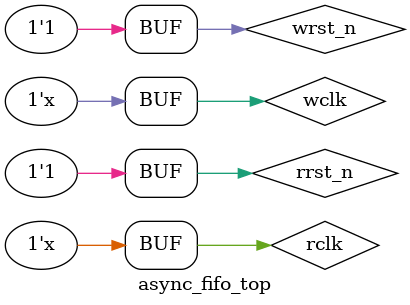
<source format=sv>
`include "async_fifo_test.sv"
`include "Interface.sv"

module async_fifo_top;
  
	bit rclk,wclk,rrst_n,wrst_n;
	  
	always #5 wclk = ~wclk;
	always #5 rclk = ~rclk;
	  
	initial 
		begin
			wclk =0;
			rclk=0;
			wrst_n =0;
			rrst_n=0;
			#10
			rrst_n =1;
			wrst_n=1;
		end
  

intf in (wclk,rclk,wrst_n,rrst_n);
test t1 (in);

asynchronous_fifo DUT (.wclk(in.wclk),
			.wrst_n(in.wrst_n),
			.rclk(in.rclk),
			.rrst_n(in.rrst_n),
			.write_enable(in.write_enable),
            .read_enable(in.read_enable),
			.data_read(in.data_read),
			.data_write(in.data_write),
            .wfull(in.wfull),
            .rempty(in.rempty),
			.half_full(in.half_full),
			.half_rempty(in.half_rempty));
  
  
endmodule





</source>
